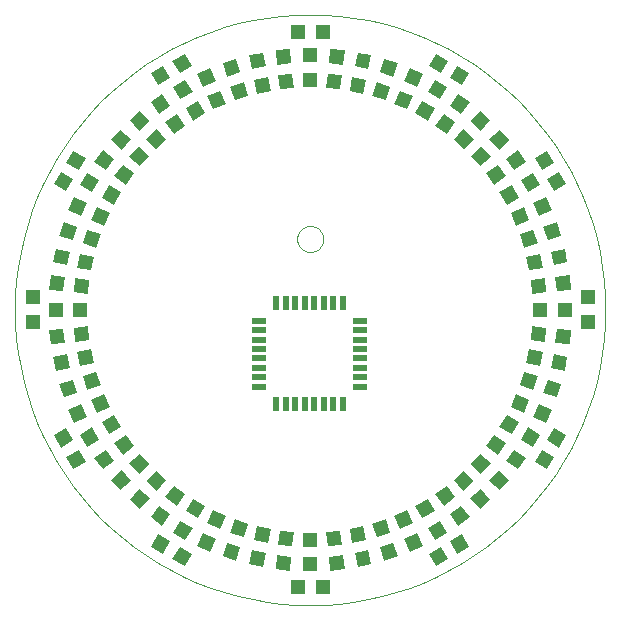
<source format=gtp>
G75*
G70*
%OFA0B0*%
%FSLAX24Y24*%
%IPPOS*%
%LPD*%
%AMOC8*
5,1,8,0,0,1.08239X$1,22.5*
%
%ADD10C,0.0004*%
%ADD11C,0.0000*%
%ADD12R,0.0500X0.0220*%
%ADD13R,0.0220X0.0500*%
%ADD14R,0.0472X0.0472*%
%ADD15R,0.0472X0.0472*%
D10*
X000503Y010346D02*
X000515Y010829D01*
X000550Y011311D01*
X000610Y011790D01*
X000692Y012266D01*
X000798Y012738D01*
X000927Y013203D01*
X001078Y013662D01*
X001252Y014113D01*
X001448Y014554D01*
X001665Y014986D01*
X001903Y015406D01*
X002162Y015814D01*
X002440Y016209D01*
X002737Y016590D01*
X003053Y016956D01*
X003386Y017306D01*
X003736Y017639D01*
X004102Y017955D01*
X004483Y018252D01*
X004878Y018530D01*
X005286Y018789D01*
X005706Y019027D01*
X006138Y019244D01*
X006579Y019440D01*
X007030Y019614D01*
X007489Y019765D01*
X007954Y019894D01*
X008426Y020000D01*
X008902Y020082D01*
X009381Y020142D01*
X009863Y020177D01*
X010346Y020189D01*
X010829Y020177D01*
X011311Y020142D01*
X011790Y020082D01*
X012266Y020000D01*
X012738Y019894D01*
X013203Y019765D01*
X013662Y019614D01*
X014113Y019440D01*
X014554Y019244D01*
X014986Y019027D01*
X015406Y018789D01*
X015814Y018530D01*
X016209Y018252D01*
X016590Y017955D01*
X016956Y017639D01*
X017306Y017306D01*
X017639Y016956D01*
X017955Y016590D01*
X018252Y016209D01*
X018530Y015814D01*
X018789Y015406D01*
X019027Y014986D01*
X019244Y014554D01*
X019440Y014113D01*
X019614Y013662D01*
X019765Y013203D01*
X019894Y012738D01*
X020000Y012266D01*
X020082Y011790D01*
X020142Y011311D01*
X020177Y010829D01*
X020189Y010346D01*
X020177Y009863D01*
X020142Y009381D01*
X020082Y008902D01*
X020000Y008426D01*
X019894Y007954D01*
X019765Y007489D01*
X019614Y007030D01*
X019440Y006579D01*
X019244Y006138D01*
X019027Y005706D01*
X018789Y005286D01*
X018530Y004878D01*
X018252Y004483D01*
X017955Y004102D01*
X017639Y003736D01*
X017306Y003386D01*
X016956Y003053D01*
X016590Y002737D01*
X016209Y002440D01*
X015814Y002162D01*
X015406Y001903D01*
X014986Y001665D01*
X014554Y001448D01*
X014113Y001252D01*
X013662Y001078D01*
X013203Y000927D01*
X012738Y000798D01*
X012266Y000692D01*
X011790Y000610D01*
X011311Y000550D01*
X010829Y000515D01*
X010346Y000503D01*
X009863Y000515D01*
X009381Y000550D01*
X008902Y000610D01*
X008426Y000692D01*
X007954Y000798D01*
X007489Y000927D01*
X007030Y001078D01*
X006579Y001252D01*
X006138Y001448D01*
X005706Y001665D01*
X005286Y001903D01*
X004878Y002162D01*
X004483Y002440D01*
X004102Y002737D01*
X003736Y003053D01*
X003386Y003386D01*
X003053Y003736D01*
X002737Y004102D01*
X002440Y004483D01*
X002162Y004878D01*
X001903Y005286D01*
X001665Y005706D01*
X001448Y006138D01*
X001252Y006579D01*
X001078Y007030D01*
X000927Y007489D01*
X000798Y007954D01*
X000692Y008426D01*
X000610Y008902D01*
X000550Y009381D01*
X000515Y009863D01*
X000503Y010346D01*
D11*
X009913Y012709D02*
X009915Y012750D01*
X009921Y012791D01*
X009931Y012831D01*
X009944Y012870D01*
X009961Y012907D01*
X009982Y012943D01*
X010006Y012977D01*
X010033Y013008D01*
X010062Y013036D01*
X010095Y013062D01*
X010129Y013084D01*
X010166Y013103D01*
X010204Y013118D01*
X010244Y013130D01*
X010284Y013138D01*
X010325Y013142D01*
X010367Y013142D01*
X010408Y013138D01*
X010448Y013130D01*
X010488Y013118D01*
X010526Y013103D01*
X010562Y013084D01*
X010597Y013062D01*
X010630Y013036D01*
X010659Y013008D01*
X010686Y012977D01*
X010710Y012943D01*
X010731Y012907D01*
X010748Y012870D01*
X010761Y012831D01*
X010771Y012791D01*
X010777Y012750D01*
X010779Y012709D01*
X010777Y012668D01*
X010771Y012627D01*
X010761Y012587D01*
X010748Y012548D01*
X010731Y012511D01*
X010710Y012475D01*
X010686Y012441D01*
X010659Y012410D01*
X010630Y012382D01*
X010597Y012356D01*
X010563Y012334D01*
X010526Y012315D01*
X010488Y012300D01*
X010448Y012288D01*
X010408Y012280D01*
X010367Y012276D01*
X010325Y012276D01*
X010284Y012280D01*
X010244Y012288D01*
X010204Y012300D01*
X010166Y012315D01*
X010130Y012334D01*
X010095Y012356D01*
X010062Y012382D01*
X010033Y012410D01*
X010006Y012441D01*
X009982Y012475D01*
X009961Y012511D01*
X009944Y012548D01*
X009931Y012587D01*
X009921Y012627D01*
X009915Y012668D01*
X009913Y012709D01*
D12*
X008635Y009988D03*
X008635Y009673D03*
X008635Y009358D03*
X008635Y009043D03*
X008635Y008728D03*
X008635Y008413D03*
X008635Y008098D03*
X008635Y007783D03*
X012015Y007783D03*
X012015Y008098D03*
X012015Y008413D03*
X012015Y008728D03*
X012015Y009043D03*
X012015Y009358D03*
X012015Y009673D03*
X012015Y009988D03*
D13*
X011427Y010575D03*
X011112Y010575D03*
X010797Y010575D03*
X010482Y010575D03*
X010167Y010575D03*
X009853Y010575D03*
X009538Y010575D03*
X009223Y010575D03*
X009223Y007195D03*
X009538Y007195D03*
X009853Y007195D03*
X010167Y007195D03*
X010482Y007195D03*
X010797Y007195D03*
X011112Y007195D03*
X011427Y007195D03*
D14*
X010346Y002689D03*
X010346Y001862D03*
X009933Y001094D03*
X010760Y001094D03*
X019598Y009933D03*
X018831Y010346D03*
X019598Y010760D03*
X018004Y010346D03*
X010346Y018004D03*
X010346Y018831D03*
X009933Y019598D03*
X010760Y019598D03*
X002689Y010346D03*
X001862Y010346D03*
X001094Y009933D03*
X001094Y010760D03*
D15*
G36*
X004059Y005002D02*
X004375Y004652D01*
X004025Y004336D01*
X003709Y004686D01*
X004059Y005002D01*
G37*
G36*
X004673Y005556D02*
X004989Y005206D01*
X004639Y004890D01*
X004323Y005240D01*
X004673Y005556D01*
G37*
G36*
X004203Y006174D02*
X004480Y005793D01*
X004099Y005516D01*
X003822Y005897D01*
X004203Y006174D01*
G37*
G36*
X003801Y006840D02*
X004037Y006432D01*
X003629Y006196D01*
X003393Y006604D01*
X003801Y006840D01*
G37*
G36*
X003470Y007543D02*
X003662Y007113D01*
X003232Y006921D01*
X003040Y007351D01*
X003470Y007543D01*
G37*
G36*
X003215Y008277D02*
X003361Y007829D01*
X002913Y007683D01*
X002767Y008131D01*
X003215Y008277D01*
G37*
G36*
X003037Y009033D02*
X003135Y008573D01*
X002675Y008475D01*
X002577Y008935D01*
X003037Y009033D01*
G37*
G36*
X002941Y009805D02*
X002990Y009336D01*
X002521Y009287D01*
X002472Y009756D01*
X002941Y009805D01*
G37*
G36*
X002119Y009719D02*
X002168Y009250D01*
X001699Y009201D01*
X001650Y009670D01*
X002119Y009719D01*
G37*
G36*
X002229Y008862D02*
X002327Y008402D01*
X001867Y008304D01*
X001769Y008764D01*
X002229Y008862D01*
G37*
G36*
X002428Y008022D02*
X002574Y007574D01*
X002126Y007428D01*
X001980Y007876D01*
X002428Y008022D01*
G37*
G36*
X002715Y007207D02*
X002907Y006777D01*
X002477Y006585D01*
X002285Y007015D01*
X002715Y007207D01*
G37*
G36*
X003085Y006426D02*
X003321Y006018D01*
X002913Y005782D01*
X002677Y006190D01*
X003085Y006426D01*
G37*
G36*
X001805Y006164D02*
X002213Y006400D01*
X002449Y005992D01*
X002041Y005756D01*
X001805Y006164D01*
G37*
G36*
X002219Y005448D02*
X002627Y005684D01*
X002863Y005276D01*
X002455Y005040D01*
X002219Y005448D01*
G37*
G36*
X003534Y005688D02*
X003811Y005307D01*
X003430Y005030D01*
X003153Y005411D01*
X003534Y005688D01*
G37*
G36*
X005206Y004989D02*
X005556Y004673D01*
X005240Y004323D01*
X004890Y004639D01*
X005206Y004989D01*
G37*
G36*
X005793Y004480D02*
X006174Y004203D01*
X005897Y003822D01*
X005516Y004099D01*
X005793Y004480D01*
G37*
G36*
X006432Y004037D02*
X006840Y003801D01*
X006604Y003393D01*
X006196Y003629D01*
X006432Y004037D01*
G37*
G36*
X007113Y003662D02*
X007543Y003470D01*
X007351Y003040D01*
X006921Y003232D01*
X007113Y003662D01*
G37*
G36*
X007829Y003361D02*
X008277Y003215D01*
X008131Y002767D01*
X007683Y002913D01*
X007829Y003361D01*
G37*
G36*
X006777Y002907D02*
X007207Y002715D01*
X007015Y002285D01*
X006585Y002477D01*
X006777Y002907D01*
G37*
G36*
X006018Y003321D02*
X006426Y003085D01*
X006190Y002677D01*
X005782Y002913D01*
X006018Y003321D01*
G37*
G36*
X005307Y003811D02*
X005688Y003534D01*
X005411Y003153D01*
X005030Y003430D01*
X005307Y003811D01*
G37*
G36*
X004652Y004375D02*
X005002Y004059D01*
X004686Y003709D01*
X004336Y004025D01*
X004652Y004375D01*
G37*
G36*
X005040Y002455D02*
X005276Y002863D01*
X005684Y002627D01*
X005448Y002219D01*
X005040Y002455D01*
G37*
G36*
X005756Y002041D02*
X005992Y002449D01*
X006400Y002213D01*
X006164Y001805D01*
X005756Y002041D01*
G37*
G36*
X007574Y002574D02*
X008022Y002428D01*
X007876Y001980D01*
X007428Y002126D01*
X007574Y002574D01*
G37*
G36*
X008402Y002327D02*
X008862Y002229D01*
X008764Y001769D01*
X008304Y001867D01*
X008402Y002327D01*
G37*
G36*
X008573Y003135D02*
X009033Y003037D01*
X008935Y002577D01*
X008475Y002675D01*
X008573Y003135D01*
G37*
G36*
X009336Y002990D02*
X009805Y002941D01*
X009756Y002472D01*
X009287Y002521D01*
X009336Y002990D01*
G37*
G36*
X009250Y002168D02*
X009719Y002119D01*
X009670Y001650D01*
X009201Y001699D01*
X009250Y002168D01*
G37*
G36*
X010888Y002941D02*
X011357Y002990D01*
X011406Y002521D01*
X010937Y002472D01*
X010888Y002941D01*
G37*
G36*
X011659Y003037D02*
X012119Y003135D01*
X012217Y002675D01*
X011757Y002577D01*
X011659Y003037D01*
G37*
G36*
X012416Y003215D02*
X012864Y003361D01*
X013010Y002913D01*
X012562Y002767D01*
X012416Y003215D01*
G37*
G36*
X012671Y002428D02*
X013119Y002574D01*
X013265Y002126D01*
X012817Y001980D01*
X012671Y002428D01*
G37*
G36*
X011831Y002229D02*
X012291Y002327D01*
X012389Y001867D01*
X011929Y001769D01*
X011831Y002229D01*
G37*
G36*
X010974Y002119D02*
X011443Y002168D01*
X011492Y001699D01*
X011023Y001650D01*
X010974Y002119D01*
G37*
G36*
X013150Y003470D02*
X013580Y003662D01*
X013772Y003232D01*
X013342Y003040D01*
X013150Y003470D01*
G37*
G36*
X013486Y002715D02*
X013916Y002907D01*
X014108Y002477D01*
X013678Y002285D01*
X013486Y002715D01*
G37*
G36*
X013853Y003801D02*
X014261Y004037D01*
X014497Y003629D01*
X014089Y003393D01*
X013853Y003801D01*
G37*
G36*
X014267Y003085D02*
X014675Y003321D01*
X014911Y002913D01*
X014503Y002677D01*
X014267Y003085D01*
G37*
G36*
X014528Y001805D02*
X014292Y002213D01*
X014700Y002449D01*
X014936Y002041D01*
X014528Y001805D01*
G37*
G36*
X015244Y002219D02*
X015008Y002627D01*
X015416Y002863D01*
X015652Y002455D01*
X015244Y002219D01*
G37*
G36*
X015005Y003534D02*
X015386Y003811D01*
X015663Y003430D01*
X015282Y003153D01*
X015005Y003534D01*
G37*
G36*
X014519Y004203D02*
X014900Y004480D01*
X015177Y004099D01*
X014796Y003822D01*
X014519Y004203D01*
G37*
G36*
X015137Y004673D02*
X015487Y004989D01*
X015803Y004639D01*
X015453Y004323D01*
X015137Y004673D01*
G37*
G36*
X015704Y005206D02*
X016020Y005556D01*
X016370Y005240D01*
X016054Y004890D01*
X015704Y005206D01*
G37*
G36*
X016213Y005793D02*
X016490Y006174D01*
X016871Y005897D01*
X016594Y005516D01*
X016213Y005793D01*
G37*
G36*
X016656Y006432D02*
X016892Y006840D01*
X017300Y006604D01*
X017064Y006196D01*
X016656Y006432D01*
G37*
G36*
X017031Y007113D02*
X017223Y007543D01*
X017653Y007351D01*
X017461Y006921D01*
X017031Y007113D01*
G37*
G36*
X017332Y007829D02*
X017478Y008277D01*
X017926Y008131D01*
X017780Y007683D01*
X017332Y007829D01*
G37*
G36*
X017786Y006777D02*
X017978Y007207D01*
X018408Y007015D01*
X018216Y006585D01*
X017786Y006777D01*
G37*
G36*
X017372Y006018D02*
X017608Y006426D01*
X018016Y006190D01*
X017780Y005782D01*
X017372Y006018D01*
G37*
G36*
X016881Y005307D02*
X017158Y005688D01*
X017539Y005411D01*
X017262Y005030D01*
X016881Y005307D01*
G37*
G36*
X016318Y004652D02*
X016634Y005002D01*
X016984Y004686D01*
X016668Y004336D01*
X016318Y004652D01*
G37*
G36*
X015690Y004059D02*
X016040Y004375D01*
X016356Y004025D01*
X016006Y003709D01*
X015690Y004059D01*
G37*
G36*
X018238Y005040D02*
X017830Y005276D01*
X018066Y005684D01*
X018474Y005448D01*
X018238Y005040D01*
G37*
G36*
X018652Y005756D02*
X018244Y005992D01*
X018480Y006400D01*
X018888Y006164D01*
X018652Y005756D01*
G37*
G36*
X018119Y007574D02*
X018265Y008022D01*
X018713Y007876D01*
X018567Y007428D01*
X018119Y007574D01*
G37*
G36*
X018366Y008402D02*
X018464Y008862D01*
X018924Y008764D01*
X018826Y008304D01*
X018366Y008402D01*
G37*
G36*
X017558Y008573D02*
X017656Y009033D01*
X018116Y008935D01*
X018018Y008475D01*
X017558Y008573D01*
G37*
G36*
X017703Y009336D02*
X017752Y009805D01*
X018221Y009756D01*
X018172Y009287D01*
X017703Y009336D01*
G37*
G36*
X018525Y009250D02*
X018574Y009719D01*
X019043Y009670D01*
X018994Y009201D01*
X018525Y009250D01*
G37*
G36*
X017752Y010888D02*
X017703Y011357D01*
X018172Y011406D01*
X018221Y010937D01*
X017752Y010888D01*
G37*
G36*
X017656Y011659D02*
X017558Y012119D01*
X018018Y012217D01*
X018116Y011757D01*
X017656Y011659D01*
G37*
G36*
X017478Y012416D02*
X017332Y012864D01*
X017780Y013010D01*
X017926Y012562D01*
X017478Y012416D01*
G37*
G36*
X017223Y013150D02*
X017031Y013580D01*
X017461Y013772D01*
X017653Y013342D01*
X017223Y013150D01*
G37*
G36*
X017978Y013486D02*
X017786Y013916D01*
X018216Y014108D01*
X018408Y013678D01*
X017978Y013486D01*
G37*
G36*
X018265Y012671D02*
X018119Y013119D01*
X018567Y013265D01*
X018713Y012817D01*
X018265Y012671D01*
G37*
G36*
X018464Y011831D02*
X018366Y012291D01*
X018826Y012389D01*
X018924Y011929D01*
X018464Y011831D01*
G37*
G36*
X018574Y010974D02*
X018525Y011443D01*
X018994Y011492D01*
X019043Y011023D01*
X018574Y010974D01*
G37*
G36*
X016892Y013853D02*
X016656Y014261D01*
X017064Y014497D01*
X017300Y014089D01*
X016892Y013853D01*
G37*
G36*
X017608Y014267D02*
X017372Y014675D01*
X017780Y014911D01*
X018016Y014503D01*
X017608Y014267D01*
G37*
G36*
X018888Y014528D02*
X018480Y014292D01*
X018244Y014700D01*
X018652Y014936D01*
X018888Y014528D01*
G37*
G36*
X018474Y015244D02*
X018066Y015008D01*
X017830Y015416D01*
X018238Y015652D01*
X018474Y015244D01*
G37*
G36*
X017158Y015005D02*
X016881Y015386D01*
X017262Y015663D01*
X017539Y015282D01*
X017158Y015005D01*
G37*
G36*
X016490Y014519D02*
X016213Y014900D01*
X016594Y015177D01*
X016871Y014796D01*
X016490Y014519D01*
G37*
G36*
X016020Y015137D02*
X015704Y015487D01*
X016054Y015803D01*
X016370Y015453D01*
X016020Y015137D01*
G37*
G36*
X015487Y015704D02*
X015137Y016020D01*
X015453Y016370D01*
X015803Y016054D01*
X015487Y015704D01*
G37*
G36*
X014900Y016213D02*
X014519Y016490D01*
X014796Y016871D01*
X015177Y016594D01*
X014900Y016213D01*
G37*
G36*
X014261Y016656D02*
X013853Y016892D01*
X014089Y017300D01*
X014497Y017064D01*
X014261Y016656D01*
G37*
G36*
X013580Y017031D02*
X013150Y017223D01*
X013342Y017653D01*
X013772Y017461D01*
X013580Y017031D01*
G37*
G36*
X012864Y017332D02*
X012416Y017478D01*
X012562Y017926D01*
X013010Y017780D01*
X012864Y017332D01*
G37*
G36*
X013916Y017786D02*
X013486Y017978D01*
X013678Y018408D01*
X014108Y018216D01*
X013916Y017786D01*
G37*
G36*
X014675Y017372D02*
X014267Y017608D01*
X014503Y018016D01*
X014911Y017780D01*
X014675Y017372D01*
G37*
G36*
X015386Y016881D02*
X015005Y017158D01*
X015282Y017539D01*
X015663Y017262D01*
X015386Y016881D01*
G37*
G36*
X016040Y016318D02*
X015690Y016634D01*
X016006Y016984D01*
X016356Y016668D01*
X016040Y016318D01*
G37*
G36*
X016634Y015690D02*
X016318Y016040D01*
X016668Y016356D01*
X016984Y016006D01*
X016634Y015690D01*
G37*
G36*
X015652Y018238D02*
X015416Y017830D01*
X015008Y018066D01*
X015244Y018474D01*
X015652Y018238D01*
G37*
G36*
X014936Y018652D02*
X014700Y018244D01*
X014292Y018480D01*
X014528Y018888D01*
X014936Y018652D01*
G37*
G36*
X013119Y018119D02*
X012671Y018265D01*
X012817Y018713D01*
X013265Y018567D01*
X013119Y018119D01*
G37*
G36*
X012291Y018366D02*
X011831Y018464D01*
X011929Y018924D01*
X012389Y018826D01*
X012291Y018366D01*
G37*
G36*
X012119Y017558D02*
X011659Y017656D01*
X011757Y018116D01*
X012217Y018018D01*
X012119Y017558D01*
G37*
G36*
X011357Y017703D02*
X010888Y017752D01*
X010937Y018221D01*
X011406Y018172D01*
X011357Y017703D01*
G37*
G36*
X011443Y018525D02*
X010974Y018574D01*
X011023Y019043D01*
X011492Y018994D01*
X011443Y018525D01*
G37*
G36*
X009805Y017752D02*
X009336Y017703D01*
X009287Y018172D01*
X009756Y018221D01*
X009805Y017752D01*
G37*
G36*
X009033Y017656D02*
X008573Y017558D01*
X008475Y018018D01*
X008935Y018116D01*
X009033Y017656D01*
G37*
G36*
X008277Y017478D02*
X007829Y017332D01*
X007683Y017780D01*
X008131Y017926D01*
X008277Y017478D01*
G37*
G36*
X008022Y018265D02*
X007574Y018119D01*
X007428Y018567D01*
X007876Y018713D01*
X008022Y018265D01*
G37*
G36*
X008862Y018464D02*
X008402Y018366D01*
X008304Y018826D01*
X008764Y018924D01*
X008862Y018464D01*
G37*
G36*
X009719Y018574D02*
X009250Y018525D01*
X009201Y018994D01*
X009670Y019043D01*
X009719Y018574D01*
G37*
G36*
X007543Y017223D02*
X007113Y017031D01*
X006921Y017461D01*
X007351Y017653D01*
X007543Y017223D01*
G37*
G36*
X007207Y017978D02*
X006777Y017786D01*
X006585Y018216D01*
X007015Y018408D01*
X007207Y017978D01*
G37*
G36*
X006840Y016892D02*
X006432Y016656D01*
X006196Y017064D01*
X006604Y017300D01*
X006840Y016892D01*
G37*
G36*
X006426Y017608D02*
X006018Y017372D01*
X005782Y017780D01*
X006190Y018016D01*
X006426Y017608D01*
G37*
G36*
X006164Y018888D02*
X006400Y018480D01*
X005992Y018244D01*
X005756Y018652D01*
X006164Y018888D01*
G37*
G36*
X005448Y018474D02*
X005684Y018066D01*
X005276Y017830D01*
X005040Y018238D01*
X005448Y018474D01*
G37*
G36*
X005688Y017158D02*
X005307Y016881D01*
X005030Y017262D01*
X005411Y017539D01*
X005688Y017158D01*
G37*
G36*
X006174Y016490D02*
X005793Y016213D01*
X005516Y016594D01*
X005897Y016871D01*
X006174Y016490D01*
G37*
G36*
X005556Y016020D02*
X005206Y015704D01*
X004890Y016054D01*
X005240Y016370D01*
X005556Y016020D01*
G37*
G36*
X004989Y015487D02*
X004673Y015137D01*
X004323Y015453D01*
X004639Y015803D01*
X004989Y015487D01*
G37*
G36*
X004480Y014900D02*
X004203Y014519D01*
X003822Y014796D01*
X004099Y015177D01*
X004480Y014900D01*
G37*
G36*
X004037Y014261D02*
X003801Y013853D01*
X003393Y014089D01*
X003629Y014497D01*
X004037Y014261D01*
G37*
G36*
X003662Y013580D02*
X003470Y013150D01*
X003040Y013342D01*
X003232Y013772D01*
X003662Y013580D01*
G37*
G36*
X003361Y012864D02*
X003215Y012416D01*
X002767Y012562D01*
X002913Y013010D01*
X003361Y012864D01*
G37*
G36*
X002907Y013916D02*
X002715Y013486D01*
X002285Y013678D01*
X002477Y014108D01*
X002907Y013916D01*
G37*
G36*
X003321Y014675D02*
X003085Y014267D01*
X002677Y014503D01*
X002913Y014911D01*
X003321Y014675D01*
G37*
G36*
X003811Y015386D02*
X003534Y015005D01*
X003153Y015282D01*
X003430Y015663D01*
X003811Y015386D01*
G37*
G36*
X004375Y016040D02*
X004059Y015690D01*
X003709Y016006D01*
X004025Y016356D01*
X004375Y016040D01*
G37*
G36*
X005002Y016634D02*
X004652Y016318D01*
X004336Y016668D01*
X004686Y016984D01*
X005002Y016634D01*
G37*
G36*
X002455Y015652D02*
X002863Y015416D01*
X002627Y015008D01*
X002219Y015244D01*
X002455Y015652D01*
G37*
G36*
X002041Y014936D02*
X002449Y014700D01*
X002213Y014292D01*
X001805Y014528D01*
X002041Y014936D01*
G37*
G36*
X002574Y013119D02*
X002428Y012671D01*
X001980Y012817D01*
X002126Y013265D01*
X002574Y013119D01*
G37*
G36*
X002327Y012291D02*
X002229Y011831D01*
X001769Y011929D01*
X001867Y012389D01*
X002327Y012291D01*
G37*
G36*
X003135Y012119D02*
X003037Y011659D01*
X002577Y011757D01*
X002675Y012217D01*
X003135Y012119D01*
G37*
G36*
X002990Y011357D02*
X002941Y010888D01*
X002472Y010937D01*
X002521Y011406D01*
X002990Y011357D01*
G37*
G36*
X002168Y011443D02*
X002119Y010974D01*
X001650Y011023D01*
X001699Y011492D01*
X002168Y011443D01*
G37*
M02*

</source>
